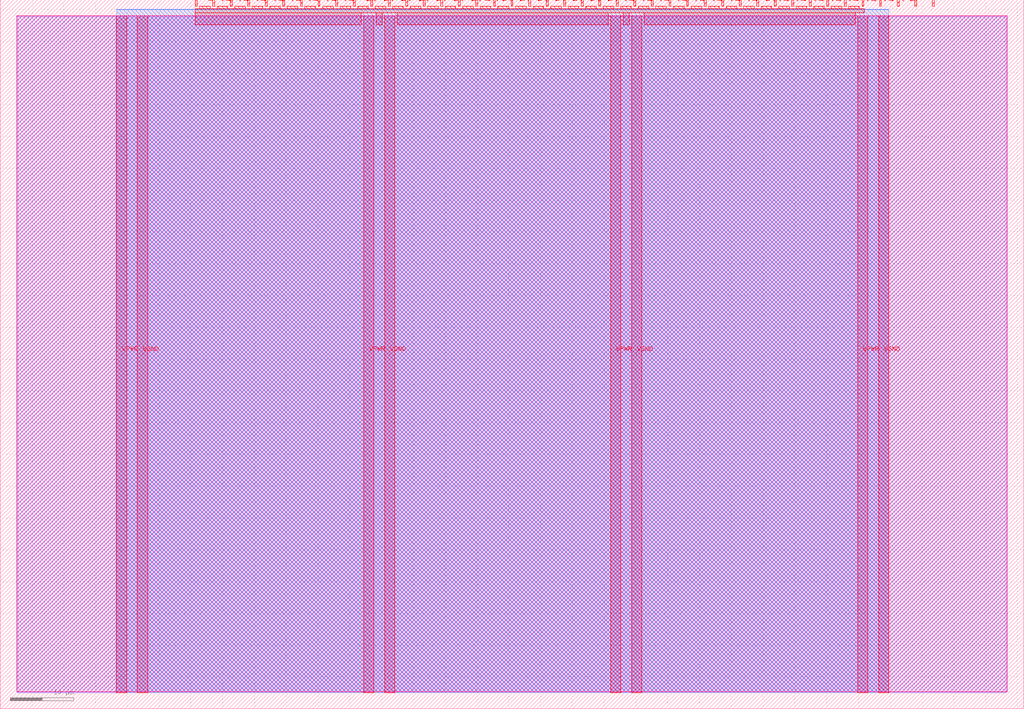
<source format=lef>
VERSION 5.7 ;
  NOWIREEXTENSIONATPIN ON ;
  DIVIDERCHAR "/" ;
  BUSBITCHARS "[]" ;
MACRO tt_um_wokwi_413919454138338305
  CLASS BLOCK ;
  FOREIGN tt_um_wokwi_413919454138338305 ;
  ORIGIN 0.000 0.000 ;
  SIZE 161.000 BY 111.520 ;
  PIN VGND
    DIRECTION INOUT ;
    USE GROUND ;
    PORT
      LAYER met4 ;
        RECT 21.580 2.480 23.180 109.040 ;
    END
    PORT
      LAYER met4 ;
        RECT 60.450 2.480 62.050 109.040 ;
    END
    PORT
      LAYER met4 ;
        RECT 99.320 2.480 100.920 109.040 ;
    END
    PORT
      LAYER met4 ;
        RECT 138.190 2.480 139.790 109.040 ;
    END
  END VGND
  PIN VPWR
    DIRECTION INOUT ;
    USE POWER ;
    PORT
      LAYER met4 ;
        RECT 18.280 2.480 19.880 109.040 ;
    END
    PORT
      LAYER met4 ;
        RECT 57.150 2.480 58.750 109.040 ;
    END
    PORT
      LAYER met4 ;
        RECT 96.020 2.480 97.620 109.040 ;
    END
    PORT
      LAYER met4 ;
        RECT 134.890 2.480 136.490 109.040 ;
    END
  END VPWR
  PIN clk
    DIRECTION INPUT ;
    USE SIGNAL ;
    PORT
      LAYER met4 ;
        RECT 143.830 110.520 144.130 111.520 ;
    END
  END clk
  PIN ena
    DIRECTION INPUT ;
    USE SIGNAL ;
    PORT
      LAYER met4 ;
        RECT 146.590 110.520 146.890 111.520 ;
    END
  END ena
  PIN rst_n
    DIRECTION INPUT ;
    USE SIGNAL ;
    PORT
      LAYER met4 ;
        RECT 141.070 110.520 141.370 111.520 ;
    END
  END rst_n
  PIN ui_in[0]
    DIRECTION INPUT ;
    USE SIGNAL ;
    PORT
      LAYER met4 ;
        RECT 138.310 110.520 138.610 111.520 ;
    END
  END ui_in[0]
  PIN ui_in[1]
    DIRECTION INPUT ;
    USE SIGNAL ;
    ANTENNAGATEAREA 0.159000 ;
    PORT
      LAYER met4 ;
        RECT 135.550 110.520 135.850 111.520 ;
    END
  END ui_in[1]
  PIN ui_in[2]
    DIRECTION INPUT ;
    USE SIGNAL ;
    ANTENNAGATEAREA 0.159000 ;
    PORT
      LAYER met4 ;
        RECT 132.790 110.520 133.090 111.520 ;
    END
  END ui_in[2]
  PIN ui_in[3]
    DIRECTION INPUT ;
    USE SIGNAL ;
    ANTENNAGATEAREA 0.159000 ;
    PORT
      LAYER met4 ;
        RECT 130.030 110.520 130.330 111.520 ;
    END
  END ui_in[3]
  PIN ui_in[4]
    DIRECTION INPUT ;
    USE SIGNAL ;
    ANTENNAGATEAREA 0.159000 ;
    PORT
      LAYER met4 ;
        RECT 127.270 110.520 127.570 111.520 ;
    END
  END ui_in[4]
  PIN ui_in[5]
    DIRECTION INPUT ;
    USE SIGNAL ;
    PORT
      LAYER met4 ;
        RECT 124.510 110.520 124.810 111.520 ;
    END
  END ui_in[5]
  PIN ui_in[6]
    DIRECTION INPUT ;
    USE SIGNAL ;
    PORT
      LAYER met4 ;
        RECT 121.750 110.520 122.050 111.520 ;
    END
  END ui_in[6]
  PIN ui_in[7]
    DIRECTION INPUT ;
    USE SIGNAL ;
    ANTENNAGATEAREA 0.213000 ;
    PORT
      LAYER met4 ;
        RECT 118.990 110.520 119.290 111.520 ;
    END
  END ui_in[7]
  PIN uio_in[0]
    DIRECTION INPUT ;
    USE SIGNAL ;
    PORT
      LAYER met4 ;
        RECT 116.230 110.520 116.530 111.520 ;
    END
  END uio_in[0]
  PIN uio_in[1]
    DIRECTION INPUT ;
    USE SIGNAL ;
    PORT
      LAYER met4 ;
        RECT 113.470 110.520 113.770 111.520 ;
    END
  END uio_in[1]
  PIN uio_in[2]
    DIRECTION INPUT ;
    USE SIGNAL ;
    PORT
      LAYER met4 ;
        RECT 110.710 110.520 111.010 111.520 ;
    END
  END uio_in[2]
  PIN uio_in[3]
    DIRECTION INPUT ;
    USE SIGNAL ;
    PORT
      LAYER met4 ;
        RECT 107.950 110.520 108.250 111.520 ;
    END
  END uio_in[3]
  PIN uio_in[4]
    DIRECTION INPUT ;
    USE SIGNAL ;
    PORT
      LAYER met4 ;
        RECT 105.190 110.520 105.490 111.520 ;
    END
  END uio_in[4]
  PIN uio_in[5]
    DIRECTION INPUT ;
    USE SIGNAL ;
    PORT
      LAYER met4 ;
        RECT 102.430 110.520 102.730 111.520 ;
    END
  END uio_in[5]
  PIN uio_in[6]
    DIRECTION INPUT ;
    USE SIGNAL ;
    PORT
      LAYER met4 ;
        RECT 99.670 110.520 99.970 111.520 ;
    END
  END uio_in[6]
  PIN uio_in[7]
    DIRECTION INPUT ;
    USE SIGNAL ;
    PORT
      LAYER met4 ;
        RECT 96.910 110.520 97.210 111.520 ;
    END
  END uio_in[7]
  PIN uio_oe[0]
    DIRECTION OUTPUT ;
    USE SIGNAL ;
    PORT
      LAYER met4 ;
        RECT 49.990 110.520 50.290 111.520 ;
    END
  END uio_oe[0]
  PIN uio_oe[1]
    DIRECTION OUTPUT ;
    USE SIGNAL ;
    PORT
      LAYER met4 ;
        RECT 47.230 110.520 47.530 111.520 ;
    END
  END uio_oe[1]
  PIN uio_oe[2]
    DIRECTION OUTPUT ;
    USE SIGNAL ;
    PORT
      LAYER met4 ;
        RECT 44.470 110.520 44.770 111.520 ;
    END
  END uio_oe[2]
  PIN uio_oe[3]
    DIRECTION OUTPUT ;
    USE SIGNAL ;
    PORT
      LAYER met4 ;
        RECT 41.710 110.520 42.010 111.520 ;
    END
  END uio_oe[3]
  PIN uio_oe[4]
    DIRECTION OUTPUT ;
    USE SIGNAL ;
    PORT
      LAYER met4 ;
        RECT 38.950 110.520 39.250 111.520 ;
    END
  END uio_oe[4]
  PIN uio_oe[5]
    DIRECTION OUTPUT ;
    USE SIGNAL ;
    PORT
      LAYER met4 ;
        RECT 36.190 110.520 36.490 111.520 ;
    END
  END uio_oe[5]
  PIN uio_oe[6]
    DIRECTION OUTPUT ;
    USE SIGNAL ;
    PORT
      LAYER met4 ;
        RECT 33.430 110.520 33.730 111.520 ;
    END
  END uio_oe[6]
  PIN uio_oe[7]
    DIRECTION OUTPUT ;
    USE SIGNAL ;
    PORT
      LAYER met4 ;
        RECT 30.670 110.520 30.970 111.520 ;
    END
  END uio_oe[7]
  PIN uio_out[0]
    DIRECTION OUTPUT ;
    USE SIGNAL ;
    PORT
      LAYER met4 ;
        RECT 72.070 110.520 72.370 111.520 ;
    END
  END uio_out[0]
  PIN uio_out[1]
    DIRECTION OUTPUT ;
    USE SIGNAL ;
    PORT
      LAYER met4 ;
        RECT 69.310 110.520 69.610 111.520 ;
    END
  END uio_out[1]
  PIN uio_out[2]
    DIRECTION OUTPUT ;
    USE SIGNAL ;
    PORT
      LAYER met4 ;
        RECT 66.550 110.520 66.850 111.520 ;
    END
  END uio_out[2]
  PIN uio_out[3]
    DIRECTION OUTPUT ;
    USE SIGNAL ;
    PORT
      LAYER met4 ;
        RECT 63.790 110.520 64.090 111.520 ;
    END
  END uio_out[3]
  PIN uio_out[4]
    DIRECTION OUTPUT ;
    USE SIGNAL ;
    PORT
      LAYER met4 ;
        RECT 61.030 110.520 61.330 111.520 ;
    END
  END uio_out[4]
  PIN uio_out[5]
    DIRECTION OUTPUT ;
    USE SIGNAL ;
    PORT
      LAYER met4 ;
        RECT 58.270 110.520 58.570 111.520 ;
    END
  END uio_out[5]
  PIN uio_out[6]
    DIRECTION OUTPUT ;
    USE SIGNAL ;
    PORT
      LAYER met4 ;
        RECT 55.510 110.520 55.810 111.520 ;
    END
  END uio_out[6]
  PIN uio_out[7]
    DIRECTION OUTPUT ;
    USE SIGNAL ;
    PORT
      LAYER met4 ;
        RECT 52.750 110.520 53.050 111.520 ;
    END
  END uio_out[7]
  PIN uo_out[0]
    DIRECTION OUTPUT ;
    USE SIGNAL ;
    PORT
      LAYER met4 ;
        RECT 94.150 110.520 94.450 111.520 ;
    END
  END uo_out[0]
  PIN uo_out[1]
    DIRECTION OUTPUT ;
    USE SIGNAL ;
    ANTENNADIFFAREA 0.795200 ;
    PORT
      LAYER met4 ;
        RECT 91.390 110.520 91.690 111.520 ;
    END
  END uo_out[1]
  PIN uo_out[2]
    DIRECTION OUTPUT ;
    USE SIGNAL ;
    ANTENNADIFFAREA 0.445500 ;
    PORT
      LAYER met4 ;
        RECT 88.630 110.520 88.930 111.520 ;
    END
  END uo_out[2]
  PIN uo_out[3]
    DIRECTION OUTPUT ;
    USE SIGNAL ;
    PORT
      LAYER met4 ;
        RECT 85.870 110.520 86.170 111.520 ;
    END
  END uo_out[3]
  PIN uo_out[4]
    DIRECTION OUTPUT ;
    USE SIGNAL ;
    ANTENNADIFFAREA 0.445500 ;
    PORT
      LAYER met4 ;
        RECT 83.110 110.520 83.410 111.520 ;
    END
  END uo_out[4]
  PIN uo_out[5]
    DIRECTION OUTPUT ;
    USE SIGNAL ;
    ANTENNADIFFAREA 0.445500 ;
    PORT
      LAYER met4 ;
        RECT 80.350 110.520 80.650 111.520 ;
    END
  END uo_out[5]
  PIN uo_out[6]
    DIRECTION OUTPUT ;
    USE SIGNAL ;
    ANTENNADIFFAREA 0.445500 ;
    PORT
      LAYER met4 ;
        RECT 77.590 110.520 77.890 111.520 ;
    END
  END uo_out[6]
  PIN uo_out[7]
    DIRECTION OUTPUT ;
    USE SIGNAL ;
    PORT
      LAYER met4 ;
        RECT 74.830 110.520 75.130 111.520 ;
    END
  END uo_out[7]
  OBS
      LAYER nwell ;
        RECT 2.570 2.635 158.430 108.990 ;
      LAYER li1 ;
        RECT 2.760 2.635 158.240 108.885 ;
      LAYER met1 ;
        RECT 2.760 2.480 158.240 109.040 ;
      LAYER met2 ;
        RECT 18.310 2.535 139.760 110.005 ;
      LAYER met3 ;
        RECT 18.290 2.555 139.780 109.985 ;
      LAYER met4 ;
        RECT 31.370 110.120 33.030 110.520 ;
        RECT 34.130 110.120 35.790 110.520 ;
        RECT 36.890 110.120 38.550 110.520 ;
        RECT 39.650 110.120 41.310 110.520 ;
        RECT 42.410 110.120 44.070 110.520 ;
        RECT 45.170 110.120 46.830 110.520 ;
        RECT 47.930 110.120 49.590 110.520 ;
        RECT 50.690 110.120 52.350 110.520 ;
        RECT 53.450 110.120 55.110 110.520 ;
        RECT 56.210 110.120 57.870 110.520 ;
        RECT 58.970 110.120 60.630 110.520 ;
        RECT 61.730 110.120 63.390 110.520 ;
        RECT 64.490 110.120 66.150 110.520 ;
        RECT 67.250 110.120 68.910 110.520 ;
        RECT 70.010 110.120 71.670 110.520 ;
        RECT 72.770 110.120 74.430 110.520 ;
        RECT 75.530 110.120 77.190 110.520 ;
        RECT 78.290 110.120 79.950 110.520 ;
        RECT 81.050 110.120 82.710 110.520 ;
        RECT 83.810 110.120 85.470 110.520 ;
        RECT 86.570 110.120 88.230 110.520 ;
        RECT 89.330 110.120 90.990 110.520 ;
        RECT 92.090 110.120 93.750 110.520 ;
        RECT 94.850 110.120 96.510 110.520 ;
        RECT 97.610 110.120 99.270 110.520 ;
        RECT 100.370 110.120 102.030 110.520 ;
        RECT 103.130 110.120 104.790 110.520 ;
        RECT 105.890 110.120 107.550 110.520 ;
        RECT 108.650 110.120 110.310 110.520 ;
        RECT 111.410 110.120 113.070 110.520 ;
        RECT 114.170 110.120 115.830 110.520 ;
        RECT 116.930 110.120 118.590 110.520 ;
        RECT 119.690 110.120 121.350 110.520 ;
        RECT 122.450 110.120 124.110 110.520 ;
        RECT 125.210 110.120 126.870 110.520 ;
        RECT 127.970 110.120 129.630 110.520 ;
        RECT 130.730 110.120 132.390 110.520 ;
        RECT 133.490 110.120 135.150 110.520 ;
        RECT 30.655 109.440 135.865 110.120 ;
        RECT 30.655 107.615 56.750 109.440 ;
        RECT 59.150 107.615 60.050 109.440 ;
        RECT 62.450 107.615 95.620 109.440 ;
        RECT 98.020 107.615 98.920 109.440 ;
        RECT 101.320 107.615 134.490 109.440 ;
  END
END tt_um_wokwi_413919454138338305
END LIBRARY


</source>
